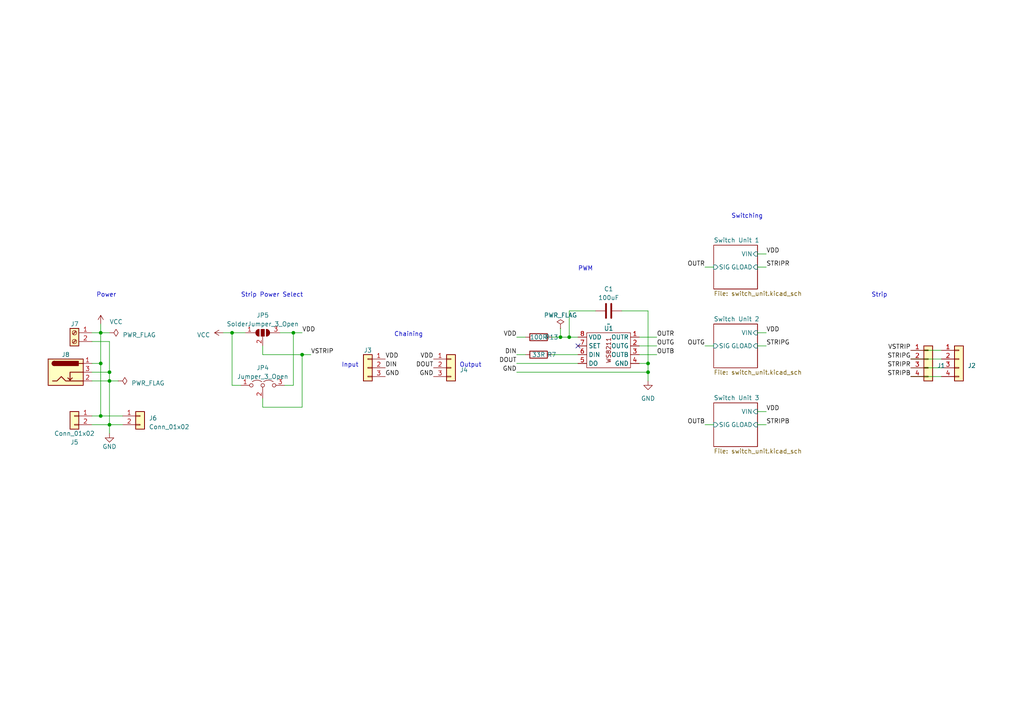
<source format=kicad_sch>
(kicad_sch (version 20230121) (generator eeschema)

  (uuid caeba6dc-40c7-4978-ae06-c328ef162ad3)

  (paper "A4")

  (lib_symbols
    (symbol "Connector:Barrel_Jack_Switch" (pin_names hide) (in_bom yes) (on_board yes)
      (property "Reference" "J" (at 0 5.334 0)
        (effects (font (size 1.27 1.27)))
      )
      (property "Value" "Barrel_Jack_Switch" (at 0 -5.08 0)
        (effects (font (size 1.27 1.27)))
      )
      (property "Footprint" "" (at 1.27 -1.016 0)
        (effects (font (size 1.27 1.27)) hide)
      )
      (property "Datasheet" "~" (at 1.27 -1.016 0)
        (effects (font (size 1.27 1.27)) hide)
      )
      (property "ki_keywords" "DC power barrel jack connector" (at 0 0 0)
        (effects (font (size 1.27 1.27)) hide)
      )
      (property "ki_description" "DC Barrel Jack with an internal switch" (at 0 0 0)
        (effects (font (size 1.27 1.27)) hide)
      )
      (property "ki_fp_filters" "BarrelJack*" (at 0 0 0)
        (effects (font (size 1.27 1.27)) hide)
      )
      (symbol "Barrel_Jack_Switch_0_1"
        (rectangle (start -5.08 3.81) (end 5.08 -3.81)
          (stroke (width 0.254) (type default))
          (fill (type background))
        )
        (arc (start -3.302 3.175) (mid -3.9343 2.54) (end -3.302 1.905)
          (stroke (width 0.254) (type default))
          (fill (type none))
        )
        (arc (start -3.302 3.175) (mid -3.9343 2.54) (end -3.302 1.905)
          (stroke (width 0.254) (type default))
          (fill (type outline))
        )
        (polyline
          (pts
            (xy 1.27 -2.286)
            (xy 1.905 -1.651)
          )
          (stroke (width 0.254) (type default))
          (fill (type none))
        )
        (polyline
          (pts
            (xy 5.08 2.54)
            (xy 3.81 2.54)
          )
          (stroke (width 0.254) (type default))
          (fill (type none))
        )
        (polyline
          (pts
            (xy 5.08 0)
            (xy 1.27 0)
            (xy 1.27 -2.286)
            (xy 0.635 -1.651)
          )
          (stroke (width 0.254) (type default))
          (fill (type none))
        )
        (polyline
          (pts
            (xy -3.81 -2.54)
            (xy -2.54 -2.54)
            (xy -1.27 -1.27)
            (xy 0 -2.54)
            (xy 2.54 -2.54)
            (xy 5.08 -2.54)
          )
          (stroke (width 0.254) (type default))
          (fill (type none))
        )
        (rectangle (start 3.683 3.175) (end -3.302 1.905)
          (stroke (width 0.254) (type default))
          (fill (type outline))
        )
      )
      (symbol "Barrel_Jack_Switch_1_1"
        (pin passive line (at 7.62 2.54 180) (length 2.54)
          (name "~" (effects (font (size 1.27 1.27))))
          (number "1" (effects (font (size 1.27 1.27))))
        )
        (pin passive line (at 7.62 -2.54 180) (length 2.54)
          (name "~" (effects (font (size 1.27 1.27))))
          (number "2" (effects (font (size 1.27 1.27))))
        )
        (pin passive line (at 7.62 0 180) (length 2.54)
          (name "~" (effects (font (size 1.27 1.27))))
          (number "3" (effects (font (size 1.27 1.27))))
        )
      )
    )
    (symbol "Connector:Screw_Terminal_01x02" (pin_names (offset 1.016) hide) (in_bom yes) (on_board yes)
      (property "Reference" "J" (at 0 2.54 0)
        (effects (font (size 1.27 1.27)))
      )
      (property "Value" "Screw_Terminal_01x02" (at 0 -5.08 0)
        (effects (font (size 1.27 1.27)))
      )
      (property "Footprint" "" (at 0 0 0)
        (effects (font (size 1.27 1.27)) hide)
      )
      (property "Datasheet" "~" (at 0 0 0)
        (effects (font (size 1.27 1.27)) hide)
      )
      (property "ki_keywords" "screw terminal" (at 0 0 0)
        (effects (font (size 1.27 1.27)) hide)
      )
      (property "ki_description" "Generic screw terminal, single row, 01x02, script generated (kicad-library-utils/schlib/autogen/connector/)" (at 0 0 0)
        (effects (font (size 1.27 1.27)) hide)
      )
      (property "ki_fp_filters" "TerminalBlock*:*" (at 0 0 0)
        (effects (font (size 1.27 1.27)) hide)
      )
      (symbol "Screw_Terminal_01x02_1_1"
        (rectangle (start -1.27 1.27) (end 1.27 -3.81)
          (stroke (width 0.254) (type default))
          (fill (type background))
        )
        (circle (center 0 -2.54) (radius 0.635)
          (stroke (width 0.1524) (type default))
          (fill (type none))
        )
        (polyline
          (pts
            (xy -0.5334 -2.2098)
            (xy 0.3302 -3.048)
          )
          (stroke (width 0.1524) (type default))
          (fill (type none))
        )
        (polyline
          (pts
            (xy -0.5334 0.3302)
            (xy 0.3302 -0.508)
          )
          (stroke (width 0.1524) (type default))
          (fill (type none))
        )
        (polyline
          (pts
            (xy -0.3556 -2.032)
            (xy 0.508 -2.8702)
          )
          (stroke (width 0.1524) (type default))
          (fill (type none))
        )
        (polyline
          (pts
            (xy -0.3556 0.508)
            (xy 0.508 -0.3302)
          )
          (stroke (width 0.1524) (type default))
          (fill (type none))
        )
        (circle (center 0 0) (radius 0.635)
          (stroke (width 0.1524) (type default))
          (fill (type none))
        )
        (pin passive line (at -5.08 0 0) (length 3.81)
          (name "Pin_1" (effects (font (size 1.27 1.27))))
          (number "1" (effects (font (size 1.27 1.27))))
        )
        (pin passive line (at -5.08 -2.54 0) (length 3.81)
          (name "Pin_2" (effects (font (size 1.27 1.27))))
          (number "2" (effects (font (size 1.27 1.27))))
        )
      )
    )
    (symbol "Connector_Generic:Conn_01x02" (pin_names (offset 1.016) hide) (in_bom yes) (on_board yes)
      (property "Reference" "J" (at 0 2.54 0)
        (effects (font (size 1.27 1.27)))
      )
      (property "Value" "Conn_01x02" (at 0 -5.08 0)
        (effects (font (size 1.27 1.27)))
      )
      (property "Footprint" "" (at 0 0 0)
        (effects (font (size 1.27 1.27)) hide)
      )
      (property "Datasheet" "~" (at 0 0 0)
        (effects (font (size 1.27 1.27)) hide)
      )
      (property "ki_keywords" "connector" (at 0 0 0)
        (effects (font (size 1.27 1.27)) hide)
      )
      (property "ki_description" "Generic connector, single row, 01x02, script generated (kicad-library-utils/schlib/autogen/connector/)" (at 0 0 0)
        (effects (font (size 1.27 1.27)) hide)
      )
      (property "ki_fp_filters" "Connector*:*_1x??_*" (at 0 0 0)
        (effects (font (size 1.27 1.27)) hide)
      )
      (symbol "Conn_01x02_1_1"
        (rectangle (start -1.27 -2.413) (end 0 -2.667)
          (stroke (width 0.1524) (type default))
          (fill (type none))
        )
        (rectangle (start -1.27 0.127) (end 0 -0.127)
          (stroke (width 0.1524) (type default))
          (fill (type none))
        )
        (rectangle (start -1.27 1.27) (end 1.27 -3.81)
          (stroke (width 0.254) (type default))
          (fill (type background))
        )
        (pin passive line (at -5.08 0 0) (length 3.81)
          (name "Pin_1" (effects (font (size 1.27 1.27))))
          (number "1" (effects (font (size 1.27 1.27))))
        )
        (pin passive line (at -5.08 -2.54 0) (length 3.81)
          (name "Pin_2" (effects (font (size 1.27 1.27))))
          (number "2" (effects (font (size 1.27 1.27))))
        )
      )
    )
    (symbol "Connector_Generic:Conn_01x03" (pin_names (offset 1.016) hide) (in_bom yes) (on_board yes)
      (property "Reference" "J" (at 0 5.08 0)
        (effects (font (size 1.27 1.27)))
      )
      (property "Value" "Conn_01x03" (at 0 -5.08 0)
        (effects (font (size 1.27 1.27)))
      )
      (property "Footprint" "" (at 0 0 0)
        (effects (font (size 1.27 1.27)) hide)
      )
      (property "Datasheet" "~" (at 0 0 0)
        (effects (font (size 1.27 1.27)) hide)
      )
      (property "ki_keywords" "connector" (at 0 0 0)
        (effects (font (size 1.27 1.27)) hide)
      )
      (property "ki_description" "Generic connector, single row, 01x03, script generated (kicad-library-utils/schlib/autogen/connector/)" (at 0 0 0)
        (effects (font (size 1.27 1.27)) hide)
      )
      (property "ki_fp_filters" "Connector*:*_1x??_*" (at 0 0 0)
        (effects (font (size 1.27 1.27)) hide)
      )
      (symbol "Conn_01x03_1_1"
        (rectangle (start -1.27 -2.413) (end 0 -2.667)
          (stroke (width 0.1524) (type default))
          (fill (type none))
        )
        (rectangle (start -1.27 0.127) (end 0 -0.127)
          (stroke (width 0.1524) (type default))
          (fill (type none))
        )
        (rectangle (start -1.27 2.667) (end 0 2.413)
          (stroke (width 0.1524) (type default))
          (fill (type none))
        )
        (rectangle (start -1.27 3.81) (end 1.27 -3.81)
          (stroke (width 0.254) (type default))
          (fill (type background))
        )
        (pin passive line (at -5.08 2.54 0) (length 3.81)
          (name "Pin_1" (effects (font (size 1.27 1.27))))
          (number "1" (effects (font (size 1.27 1.27))))
        )
        (pin passive line (at -5.08 0 0) (length 3.81)
          (name "Pin_2" (effects (font (size 1.27 1.27))))
          (number "2" (effects (font (size 1.27 1.27))))
        )
        (pin passive line (at -5.08 -2.54 0) (length 3.81)
          (name "Pin_3" (effects (font (size 1.27 1.27))))
          (number "3" (effects (font (size 1.27 1.27))))
        )
      )
    )
    (symbol "Connector_Generic:Conn_01x04" (pin_names (offset 1.016) hide) (in_bom yes) (on_board yes)
      (property "Reference" "J" (at 0 5.08 0)
        (effects (font (size 1.27 1.27)))
      )
      (property "Value" "Conn_01x04" (at 0 -7.62 0)
        (effects (font (size 1.27 1.27)))
      )
      (property "Footprint" "" (at 0 0 0)
        (effects (font (size 1.27 1.27)) hide)
      )
      (property "Datasheet" "~" (at 0 0 0)
        (effects (font (size 1.27 1.27)) hide)
      )
      (property "ki_keywords" "connector" (at 0 0 0)
        (effects (font (size 1.27 1.27)) hide)
      )
      (property "ki_description" "Generic connector, single row, 01x04, script generated (kicad-library-utils/schlib/autogen/connector/)" (at 0 0 0)
        (effects (font (size 1.27 1.27)) hide)
      )
      (property "ki_fp_filters" "Connector*:*_1x??_*" (at 0 0 0)
        (effects (font (size 1.27 1.27)) hide)
      )
      (symbol "Conn_01x04_1_1"
        (rectangle (start -1.27 -4.953) (end 0 -5.207)
          (stroke (width 0.1524) (type default))
          (fill (type none))
        )
        (rectangle (start -1.27 -2.413) (end 0 -2.667)
          (stroke (width 0.1524) (type default))
          (fill (type none))
        )
        (rectangle (start -1.27 0.127) (end 0 -0.127)
          (stroke (width 0.1524) (type default))
          (fill (type none))
        )
        (rectangle (start -1.27 2.667) (end 0 2.413)
          (stroke (width 0.1524) (type default))
          (fill (type none))
        )
        (rectangle (start -1.27 3.81) (end 1.27 -6.35)
          (stroke (width 0.254) (type default))
          (fill (type background))
        )
        (pin passive line (at -5.08 2.54 0) (length 3.81)
          (name "Pin_1" (effects (font (size 1.27 1.27))))
          (number "1" (effects (font (size 1.27 1.27))))
        )
        (pin passive line (at -5.08 0 0) (length 3.81)
          (name "Pin_2" (effects (font (size 1.27 1.27))))
          (number "2" (effects (font (size 1.27 1.27))))
        )
        (pin passive line (at -5.08 -2.54 0) (length 3.81)
          (name "Pin_3" (effects (font (size 1.27 1.27))))
          (number "3" (effects (font (size 1.27 1.27))))
        )
        (pin passive line (at -5.08 -5.08 0) (length 3.81)
          (name "Pin_4" (effects (font (size 1.27 1.27))))
          (number "4" (effects (font (size 1.27 1.27))))
        )
      )
    )
    (symbol "Custom:WS8211" (in_bom yes) (on_board yes)
      (property "Reference" "U" (at 0 0 0)
        (effects (font (size 1.27 1.27)))
      )
      (property "Value" "" (at 0 0 0)
        (effects (font (size 1.27 1.27)))
      )
      (property "Footprint" "" (at 0 0 0)
        (effects (font (size 1.27 1.27)) hide)
      )
      (property "Datasheet" "" (at 0 0 0)
        (effects (font (size 1.27 1.27)) hide)
      )
      (symbol "WS8211_0_1"
        (rectangle (start -6.35 -2.54) (end 6.35 -12.7)
          (stroke (width 0) (type default))
          (fill (type none))
        )
        (text "WS8211" (at 0 -7.62 900)
          (effects (font (size 1.27 1.27)))
        )
      )
      (symbol "WS8211_1_1"
        (pin output line (at -8.89 -3.81 0) (length 2.54)
          (name "OUTR" (effects (font (size 1.27 1.27))))
          (number "1" (effects (font (size 1.27 1.27))))
        )
        (pin output line (at -8.89 -6.35 0) (length 2.54)
          (name "OUTG" (effects (font (size 1.27 1.27))))
          (number "2" (effects (font (size 1.27 1.27))))
        )
        (pin output line (at -8.89 -8.89 0) (length 2.54)
          (name "OUTB" (effects (font (size 1.27 1.27))))
          (number "3" (effects (font (size 1.27 1.27))))
        )
        (pin power_in line (at -8.89 -11.43 0) (length 2.54)
          (name "GND" (effects (font (size 1.27 1.27))))
          (number "4" (effects (font (size 1.27 1.27))))
        )
        (pin output line (at 8.89 -11.43 180) (length 2.54)
          (name "DO" (effects (font (size 1.27 1.27))))
          (number "5" (effects (font (size 1.27 1.27))))
        )
        (pin input line (at 8.89 -8.89 180) (length 2.54)
          (name "DIN" (effects (font (size 1.27 1.27))))
          (number "6" (effects (font (size 1.27 1.27))))
        )
        (pin input line (at 8.89 -6.35 180) (length 2.54)
          (name "SET" (effects (font (size 1.27 1.27))))
          (number "7" (effects (font (size 1.27 1.27))))
        )
        (pin power_in line (at 8.89 -3.81 180) (length 2.54)
          (name "VDD" (effects (font (size 1.27 1.27))))
          (number "8" (effects (font (size 1.27 1.27))))
        )
      )
    )
    (symbol "Device:C" (pin_numbers hide) (pin_names (offset 0.254)) (in_bom yes) (on_board yes)
      (property "Reference" "C" (at 0.635 2.54 0)
        (effects (font (size 1.27 1.27)) (justify left))
      )
      (property "Value" "C" (at 0.635 -2.54 0)
        (effects (font (size 1.27 1.27)) (justify left))
      )
      (property "Footprint" "" (at 0.9652 -3.81 0)
        (effects (font (size 1.27 1.27)) hide)
      )
      (property "Datasheet" "~" (at 0 0 0)
        (effects (font (size 1.27 1.27)) hide)
      )
      (property "ki_keywords" "cap capacitor" (at 0 0 0)
        (effects (font (size 1.27 1.27)) hide)
      )
      (property "ki_description" "Unpolarized capacitor" (at 0 0 0)
        (effects (font (size 1.27 1.27)) hide)
      )
      (property "ki_fp_filters" "C_*" (at 0 0 0)
        (effects (font (size 1.27 1.27)) hide)
      )
      (symbol "C_0_1"
        (polyline
          (pts
            (xy -2.032 -0.762)
            (xy 2.032 -0.762)
          )
          (stroke (width 0.508) (type default))
          (fill (type none))
        )
        (polyline
          (pts
            (xy -2.032 0.762)
            (xy 2.032 0.762)
          )
          (stroke (width 0.508) (type default))
          (fill (type none))
        )
      )
      (symbol "C_1_1"
        (pin passive line (at 0 3.81 270) (length 2.794)
          (name "~" (effects (font (size 1.27 1.27))))
          (number "1" (effects (font (size 1.27 1.27))))
        )
        (pin passive line (at 0 -3.81 90) (length 2.794)
          (name "~" (effects (font (size 1.27 1.27))))
          (number "2" (effects (font (size 1.27 1.27))))
        )
      )
    )
    (symbol "Device:R" (pin_numbers hide) (pin_names (offset 0)) (in_bom yes) (on_board yes)
      (property "Reference" "R" (at 2.032 0 90)
        (effects (font (size 1.27 1.27)))
      )
      (property "Value" "R" (at 0 0 90)
        (effects (font (size 1.27 1.27)))
      )
      (property "Footprint" "" (at -1.778 0 90)
        (effects (font (size 1.27 1.27)) hide)
      )
      (property "Datasheet" "~" (at 0 0 0)
        (effects (font (size 1.27 1.27)) hide)
      )
      (property "ki_keywords" "R res resistor" (at 0 0 0)
        (effects (font (size 1.27 1.27)) hide)
      )
      (property "ki_description" "Resistor" (at 0 0 0)
        (effects (font (size 1.27 1.27)) hide)
      )
      (property "ki_fp_filters" "R_*" (at 0 0 0)
        (effects (font (size 1.27 1.27)) hide)
      )
      (symbol "R_0_1"
        (rectangle (start -1.016 -2.54) (end 1.016 2.54)
          (stroke (width 0.254) (type default))
          (fill (type none))
        )
      )
      (symbol "R_1_1"
        (pin passive line (at 0 3.81 270) (length 1.27)
          (name "~" (effects (font (size 1.27 1.27))))
          (number "1" (effects (font (size 1.27 1.27))))
        )
        (pin passive line (at 0 -3.81 90) (length 1.27)
          (name "~" (effects (font (size 1.27 1.27))))
          (number "2" (effects (font (size 1.27 1.27))))
        )
      )
    )
    (symbol "Jumper:Jumper_3_Open" (pin_names (offset 0) hide) (in_bom yes) (on_board yes)
      (property "Reference" "JP" (at -2.54 -2.54 0)
        (effects (font (size 1.27 1.27)))
      )
      (property "Value" "Jumper_3_Open" (at 0 2.794 0)
        (effects (font (size 1.27 1.27)))
      )
      (property "Footprint" "" (at 0 0 0)
        (effects (font (size 1.27 1.27)) hide)
      )
      (property "Datasheet" "~" (at 0 0 0)
        (effects (font (size 1.27 1.27)) hide)
      )
      (property "ki_keywords" "Jumper SPDT" (at 0 0 0)
        (effects (font (size 1.27 1.27)) hide)
      )
      (property "ki_description" "Jumper, 3-pole, both open" (at 0 0 0)
        (effects (font (size 1.27 1.27)) hide)
      )
      (property "ki_fp_filters" "Jumper* TestPoint*3Pads* TestPoint*Bridge*" (at 0 0 0)
        (effects (font (size 1.27 1.27)) hide)
      )
      (symbol "Jumper_3_Open_0_0"
        (circle (center -3.302 0) (radius 0.508)
          (stroke (width 0) (type default))
          (fill (type none))
        )
        (circle (center 0 0) (radius 0.508)
          (stroke (width 0) (type default))
          (fill (type none))
        )
        (circle (center 3.302 0) (radius 0.508)
          (stroke (width 0) (type default))
          (fill (type none))
        )
      )
      (symbol "Jumper_3_Open_0_1"
        (arc (start -0.254 1.016) (mid -1.651 1.4992) (end -3.048 1.016)
          (stroke (width 0) (type default))
          (fill (type none))
        )
        (polyline
          (pts
            (xy 0 -0.508)
            (xy 0 -1.27)
          )
          (stroke (width 0) (type default))
          (fill (type none))
        )
        (arc (start 3.048 1.016) (mid 1.651 1.4992) (end 0.254 1.016)
          (stroke (width 0) (type default))
          (fill (type none))
        )
      )
      (symbol "Jumper_3_Open_1_1"
        (pin passive line (at -6.35 0 0) (length 2.54)
          (name "A" (effects (font (size 1.27 1.27))))
          (number "1" (effects (font (size 1.27 1.27))))
        )
        (pin passive line (at 0 -3.81 90) (length 2.54)
          (name "C" (effects (font (size 1.27 1.27))))
          (number "2" (effects (font (size 1.27 1.27))))
        )
        (pin passive line (at 6.35 0 180) (length 2.54)
          (name "B" (effects (font (size 1.27 1.27))))
          (number "3" (effects (font (size 1.27 1.27))))
        )
      )
    )
    (symbol "Jumper:SolderJumper_3_Open" (pin_names (offset 0) hide) (in_bom yes) (on_board yes)
      (property "Reference" "JP" (at -2.54 -2.54 0)
        (effects (font (size 1.27 1.27)))
      )
      (property "Value" "SolderJumper_3_Open" (at 0 2.794 0)
        (effects (font (size 1.27 1.27)))
      )
      (property "Footprint" "" (at 0 0 0)
        (effects (font (size 1.27 1.27)) hide)
      )
      (property "Datasheet" "~" (at 0 0 0)
        (effects (font (size 1.27 1.27)) hide)
      )
      (property "ki_keywords" "Solder Jumper SPDT" (at 0 0 0)
        (effects (font (size 1.27 1.27)) hide)
      )
      (property "ki_description" "Solder Jumper, 3-pole, open" (at 0 0 0)
        (effects (font (size 1.27 1.27)) hide)
      )
      (property "ki_fp_filters" "SolderJumper*Open*" (at 0 0 0)
        (effects (font (size 1.27 1.27)) hide)
      )
      (symbol "SolderJumper_3_Open_0_1"
        (arc (start -1.016 1.016) (mid -2.0276 0) (end -1.016 -1.016)
          (stroke (width 0) (type default))
          (fill (type none))
        )
        (arc (start -1.016 1.016) (mid -2.0276 0) (end -1.016 -1.016)
          (stroke (width 0) (type default))
          (fill (type outline))
        )
        (rectangle (start -0.508 1.016) (end 0.508 -1.016)
          (stroke (width 0) (type default))
          (fill (type outline))
        )
        (polyline
          (pts
            (xy -2.54 0)
            (xy -2.032 0)
          )
          (stroke (width 0) (type default))
          (fill (type none))
        )
        (polyline
          (pts
            (xy -1.016 1.016)
            (xy -1.016 -1.016)
          )
          (stroke (width 0) (type default))
          (fill (type none))
        )
        (polyline
          (pts
            (xy 0 -1.27)
            (xy 0 -1.016)
          )
          (stroke (width 0) (type default))
          (fill (type none))
        )
        (polyline
          (pts
            (xy 1.016 1.016)
            (xy 1.016 -1.016)
          )
          (stroke (width 0) (type default))
          (fill (type none))
        )
        (polyline
          (pts
            (xy 2.54 0)
            (xy 2.032 0)
          )
          (stroke (width 0) (type default))
          (fill (type none))
        )
        (arc (start 1.016 -1.016) (mid 2.0276 0) (end 1.016 1.016)
          (stroke (width 0) (type default))
          (fill (type none))
        )
        (arc (start 1.016 -1.016) (mid 2.0276 0) (end 1.016 1.016)
          (stroke (width 0) (type default))
          (fill (type outline))
        )
      )
      (symbol "SolderJumper_3_Open_1_1"
        (pin passive line (at -5.08 0 0) (length 2.54)
          (name "A" (effects (font (size 1.27 1.27))))
          (number "1" (effects (font (size 1.27 1.27))))
        )
        (pin passive line (at 0 -3.81 90) (length 2.54)
          (name "C" (effects (font (size 1.27 1.27))))
          (number "2" (effects (font (size 1.27 1.27))))
        )
        (pin passive line (at 5.08 0 180) (length 2.54)
          (name "B" (effects (font (size 1.27 1.27))))
          (number "3" (effects (font (size 1.27 1.27))))
        )
      )
    )
    (symbol "power:GND" (power) (pin_names (offset 0)) (in_bom yes) (on_board yes)
      (property "Reference" "#PWR" (at 0 -6.35 0)
        (effects (font (size 1.27 1.27)) hide)
      )
      (property "Value" "GND" (at 0 -3.81 0)
        (effects (font (size 1.27 1.27)))
      )
      (property "Footprint" "" (at 0 0 0)
        (effects (font (size 1.27 1.27)) hide)
      )
      (property "Datasheet" "" (at 0 0 0)
        (effects (font (size 1.27 1.27)) hide)
      )
      (property "ki_keywords" "global power" (at 0 0 0)
        (effects (font (size 1.27 1.27)) hide)
      )
      (property "ki_description" "Power symbol creates a global label with name \"GND\" , ground" (at 0 0 0)
        (effects (font (size 1.27 1.27)) hide)
      )
      (symbol "GND_0_1"
        (polyline
          (pts
            (xy 0 0)
            (xy 0 -1.27)
            (xy 1.27 -1.27)
            (xy 0 -2.54)
            (xy -1.27 -1.27)
            (xy 0 -1.27)
          )
          (stroke (width 0) (type default))
          (fill (type none))
        )
      )
      (symbol "GND_1_1"
        (pin power_in line (at 0 0 270) (length 0) hide
          (name "GND" (effects (font (size 1.27 1.27))))
          (number "1" (effects (font (size 1.27 1.27))))
        )
      )
    )
    (symbol "power:PWR_FLAG" (power) (pin_numbers hide) (pin_names (offset 0) hide) (in_bom yes) (on_board yes)
      (property "Reference" "#FLG" (at 0 1.905 0)
        (effects (font (size 1.27 1.27)) hide)
      )
      (property "Value" "PWR_FLAG" (at 0 3.81 0)
        (effects (font (size 1.27 1.27)))
      )
      (property "Footprint" "" (at 0 0 0)
        (effects (font (size 1.27 1.27)) hide)
      )
      (property "Datasheet" "~" (at 0 0 0)
        (effects (font (size 1.27 1.27)) hide)
      )
      (property "ki_keywords" "flag power" (at 0 0 0)
        (effects (font (size 1.27 1.27)) hide)
      )
      (property "ki_description" "Special symbol for telling ERC where power comes from" (at 0 0 0)
        (effects (font (size 1.27 1.27)) hide)
      )
      (symbol "PWR_FLAG_0_0"
        (pin power_out line (at 0 0 90) (length 0)
          (name "pwr" (effects (font (size 1.27 1.27))))
          (number "1" (effects (font (size 1.27 1.27))))
        )
      )
      (symbol "PWR_FLAG_0_1"
        (polyline
          (pts
            (xy 0 0)
            (xy 0 1.27)
            (xy -1.016 1.905)
            (xy 0 2.54)
            (xy 1.016 1.905)
            (xy 0 1.27)
          )
          (stroke (width 0) (type default))
          (fill (type none))
        )
      )
    )
    (symbol "power:VCC" (power) (pin_names (offset 0)) (in_bom yes) (on_board yes)
      (property "Reference" "#PWR" (at 0 -3.81 0)
        (effects (font (size 1.27 1.27)) hide)
      )
      (property "Value" "VCC" (at 0 3.81 0)
        (effects (font (size 1.27 1.27)))
      )
      (property "Footprint" "" (at 0 0 0)
        (effects (font (size 1.27 1.27)) hide)
      )
      (property "Datasheet" "" (at 0 0 0)
        (effects (font (size 1.27 1.27)) hide)
      )
      (property "ki_keywords" "global power" (at 0 0 0)
        (effects (font (size 1.27 1.27)) hide)
      )
      (property "ki_description" "Power symbol creates a global label with name \"VCC\"" (at 0 0 0)
        (effects (font (size 1.27 1.27)) hide)
      )
      (symbol "VCC_0_1"
        (polyline
          (pts
            (xy -0.762 1.27)
            (xy 0 2.54)
          )
          (stroke (width 0) (type default))
          (fill (type none))
        )
        (polyline
          (pts
            (xy 0 0)
            (xy 0 2.54)
          )
          (stroke (width 0) (type default))
          (fill (type none))
        )
        (polyline
          (pts
            (xy 0 2.54)
            (xy 0.762 1.27)
          )
          (stroke (width 0) (type default))
          (fill (type none))
        )
      )
      (symbol "VCC_1_1"
        (pin power_in line (at 0 0 90) (length 0) hide
          (name "VCC" (effects (font (size 1.27 1.27))))
          (number "1" (effects (font (size 1.27 1.27))))
        )
      )
    )
  )

  (junction (at 67.31 96.52) (diameter 0) (color 0 0 0 0)
    (uuid 2207cf93-37fd-4eda-bbff-4738fee1ef48)
  )
  (junction (at 162.56 97.79) (diameter 0) (color 0 0 0 0)
    (uuid 314c0f0b-42fe-41eb-998e-39fe38530437)
  )
  (junction (at 165.1 97.79) (diameter 0) (color 0 0 0 0)
    (uuid 76ead242-bb12-4ab7-b625-cef761d2935f)
  )
  (junction (at 187.96 105.41) (diameter 0) (color 0 0 0 0)
    (uuid 9581eeb7-deac-4302-bb0c-daade68bd2dc)
  )
  (junction (at 29.21 120.65) (diameter 0) (color 0 0 0 0)
    (uuid 97a3b422-51b6-465d-9501-08cf75f5c932)
  )
  (junction (at 187.96 107.95) (diameter 0) (color 0 0 0 0)
    (uuid 9e28e8bc-9903-4a16-b92b-5161f66ae3ae)
  )
  (junction (at 31.75 107.95) (diameter 0) (color 0 0 0 0)
    (uuid b956f0aa-54de-4e88-8fbd-38de652a2133)
  )
  (junction (at 85.09 96.52) (diameter 0) (color 0 0 0 0)
    (uuid c4744b20-2aea-4427-8116-4ebd921b72c6)
  )
  (junction (at 29.21 96.52) (diameter 0) (color 0 0 0 0)
    (uuid c4c32f6f-36c5-43e5-a424-70ffe0f86ab7)
  )
  (junction (at 31.75 123.19) (diameter 0) (color 0 0 0 0)
    (uuid d0913733-1102-4714-a80b-6dba3080fbc2)
  )
  (junction (at 29.21 105.41) (diameter 0) (color 0 0 0 0)
    (uuid ed53c3b8-3d3a-4f54-be2f-8fd96e2a2285)
  )
  (junction (at 87.63 102.87) (diameter 0) (color 0 0 0 0)
    (uuid ee2b079a-3079-43bd-8c1a-264464b86331)
  )
  (junction (at 31.75 110.49) (diameter 0) (color 0 0 0 0)
    (uuid f55bb3c2-ca5b-4c77-8d4d-469c64c5dc0c)
  )

  (no_connect (at 167.64 100.33) (uuid 836d11a4-97fb-4b1b-97e9-e4b2df895272))

  (wire (pts (xy 82.55 111.76) (xy 85.09 111.76))
    (stroke (width 0) (type default))
    (uuid 0177ccf9-a1c5-4a3d-8b88-1e4251aaa0c7)
  )
  (wire (pts (xy 190.5 102.87) (xy 185.42 102.87))
    (stroke (width 0) (type default))
    (uuid 03e1285c-c018-497b-ab12-029ec9c72dd4)
  )
  (wire (pts (xy 273.05 109.22) (xy 264.16 109.22))
    (stroke (width 0) (type default))
    (uuid 049f776f-278b-4576-9e31-ee1d32187dc8)
  )
  (wire (pts (xy 76.2 118.11) (xy 76.2 115.57))
    (stroke (width 0) (type default))
    (uuid 0656b685-f3b0-440e-a6d8-a96be7eb37a0)
  )
  (wire (pts (xy 187.96 105.41) (xy 185.42 105.41))
    (stroke (width 0) (type default))
    (uuid 08689420-be7e-413c-bdc5-1c1865d30c62)
  )
  (wire (pts (xy 187.96 107.95) (xy 187.96 110.49))
    (stroke (width 0) (type default))
    (uuid 0ffd4a85-c8e5-47ed-8c75-c9af4f8a06f9)
  )
  (wire (pts (xy 29.21 120.65) (xy 35.56 120.65))
    (stroke (width 0) (type default))
    (uuid 119ec1e5-3bf4-42c5-b3e8-ed86f48bb91a)
  )
  (wire (pts (xy 152.4 102.87) (xy 149.86 102.87))
    (stroke (width 0) (type default))
    (uuid 1215ee31-6c8c-4146-90d7-67af9c6c1028)
  )
  (wire (pts (xy 87.63 118.11) (xy 76.2 118.11))
    (stroke (width 0) (type default))
    (uuid 1299a801-5e4e-4a4e-bed8-f45a5fbd8cb2)
  )
  (wire (pts (xy 273.05 106.68) (xy 264.16 106.68))
    (stroke (width 0) (type default))
    (uuid 163c88a7-3497-4a54-82f2-8a1cc50b7bfe)
  )
  (wire (pts (xy 31.75 96.52) (xy 29.21 96.52))
    (stroke (width 0) (type default))
    (uuid 16a81241-179c-48de-9755-8becfcf6cf73)
  )
  (wire (pts (xy 149.86 97.79) (xy 152.4 97.79))
    (stroke (width 0) (type default))
    (uuid 16d1c164-dcf5-4835-84c8-b68376c4117d)
  )
  (wire (pts (xy 29.21 105.41) (xy 29.21 96.52))
    (stroke (width 0) (type default))
    (uuid 204f6f0d-5031-479b-93e6-94f899e3d50e)
  )
  (wire (pts (xy 26.67 105.41) (xy 29.21 105.41))
    (stroke (width 0) (type default))
    (uuid 2bc751b8-2f94-4d4d-a1cc-c816a0fc9ee1)
  )
  (wire (pts (xy 64.77 96.52) (xy 67.31 96.52))
    (stroke (width 0) (type default))
    (uuid 2bde9574-2768-4b63-9507-d1b6993b2bdb)
  )
  (wire (pts (xy 31.75 123.19) (xy 31.75 110.49))
    (stroke (width 0) (type default))
    (uuid 2c525fd6-f26b-4ce5-b763-8173713f0e0d)
  )
  (wire (pts (xy 34.29 110.49) (xy 31.75 110.49))
    (stroke (width 0) (type default))
    (uuid 307f8e2a-d756-4ce7-866a-687d4f244a76)
  )
  (wire (pts (xy 149.86 107.95) (xy 187.96 107.95))
    (stroke (width 0) (type default))
    (uuid 413e78bf-e5fa-431f-ac6c-e00efa2bba04)
  )
  (wire (pts (xy 29.21 120.65) (xy 29.21 105.41))
    (stroke (width 0) (type default))
    (uuid 42833834-cd1a-41be-906d-20fcb50fade8)
  )
  (wire (pts (xy 149.86 105.41) (xy 167.64 105.41))
    (stroke (width 0) (type default))
    (uuid 4665d8b9-db0f-47fb-99ac-6323d5d3e792)
  )
  (wire (pts (xy 29.21 93.98) (xy 29.21 96.52))
    (stroke (width 0) (type default))
    (uuid 47c36dd9-d82b-4f38-beca-eac7ca774515)
  )
  (wire (pts (xy 187.96 90.17) (xy 187.96 105.41))
    (stroke (width 0) (type default))
    (uuid 496e9826-2c9c-4104-b681-62b249a4c981)
  )
  (wire (pts (xy 190.5 100.33) (xy 185.42 100.33))
    (stroke (width 0) (type default))
    (uuid 4c99d79e-ca62-4231-8a00-c8e44f5bd679)
  )
  (wire (pts (xy 29.21 96.52) (xy 26.67 96.52))
    (stroke (width 0) (type default))
    (uuid 4dd0f1a2-d5bf-4b3a-844c-ef9920a3a7e5)
  )
  (wire (pts (xy 204.47 77.47) (xy 207.01 77.47))
    (stroke (width 0) (type default))
    (uuid 524c452a-a11b-4390-bde2-c7f196674b60)
  )
  (wire (pts (xy 273.05 104.14) (xy 264.16 104.14))
    (stroke (width 0) (type default))
    (uuid 531b39a9-2de7-4aaf-add4-4d26e1a84ce8)
  )
  (wire (pts (xy 31.75 123.19) (xy 35.56 123.19))
    (stroke (width 0) (type default))
    (uuid 54932fea-26c5-4e18-96eb-a29d7c8f5486)
  )
  (wire (pts (xy 87.63 102.87) (xy 87.63 118.11))
    (stroke (width 0) (type default))
    (uuid 572e5b9a-fb95-4f21-a029-70b6c0bb4594)
  )
  (wire (pts (xy 172.72 90.17) (xy 165.1 90.17))
    (stroke (width 0) (type default))
    (uuid 5734edaf-e4cb-4f27-a4df-914f9fe66344)
  )
  (wire (pts (xy 187.96 107.95) (xy 187.96 105.41))
    (stroke (width 0) (type default))
    (uuid 60b41bdd-ab3e-40fb-aaea-74a3c8ee00cf)
  )
  (wire (pts (xy 31.75 110.49) (xy 31.75 107.95))
    (stroke (width 0) (type default))
    (uuid 6690bd19-7d1c-496f-97f2-3b6d78f59dc3)
  )
  (wire (pts (xy 204.47 100.33) (xy 207.01 100.33))
    (stroke (width 0) (type default))
    (uuid 71d60704-eadb-4a88-b45d-d160095560fe)
  )
  (wire (pts (xy 85.09 111.76) (xy 85.09 96.52))
    (stroke (width 0) (type default))
    (uuid 736202ed-266f-40a5-a55b-57a2a0460330)
  )
  (wire (pts (xy 67.31 111.76) (xy 67.31 96.52))
    (stroke (width 0) (type default))
    (uuid 789acc47-e682-4ea3-bee2-e87bb2809387)
  )
  (wire (pts (xy 69.85 111.76) (xy 67.31 111.76))
    (stroke (width 0) (type default))
    (uuid 7a514469-0118-45c2-8edd-6b7168fd28cb)
  )
  (wire (pts (xy 26.67 107.95) (xy 31.75 107.95))
    (stroke (width 0) (type default))
    (uuid 7f6cb3bb-c005-48b1-b783-a1c757a3bbc6)
  )
  (wire (pts (xy 219.71 73.66) (xy 222.25 73.66))
    (stroke (width 0) (type default))
    (uuid 8e4d8c26-8ffc-482a-9f1a-fe7ddf8e75b9)
  )
  (wire (pts (xy 85.09 96.52) (xy 87.63 96.52))
    (stroke (width 0) (type default))
    (uuid 8fdeb5eb-f018-4b86-ae1d-28800de16a5d)
  )
  (wire (pts (xy 273.05 101.6) (xy 264.16 101.6))
    (stroke (width 0) (type default))
    (uuid 9110c84b-46e7-4325-8f30-8a8dbb40fae1)
  )
  (wire (pts (xy 31.75 99.06) (xy 31.75 107.95))
    (stroke (width 0) (type default))
    (uuid 97affcb5-6730-4764-b898-489278f76847)
  )
  (wire (pts (xy 165.1 90.17) (xy 165.1 97.79))
    (stroke (width 0) (type default))
    (uuid 982b8c54-1863-41a0-961b-ebca2fa501f2)
  )
  (wire (pts (xy 26.67 120.65) (xy 29.21 120.65))
    (stroke (width 0) (type default))
    (uuid 9a0029c6-1f04-4da8-95e0-13f2930b678e)
  )
  (wire (pts (xy 76.2 102.87) (xy 87.63 102.87))
    (stroke (width 0) (type default))
    (uuid a0b4eabc-1e4d-4fa2-ad04-3146c0bb017b)
  )
  (wire (pts (xy 162.56 95.25) (xy 162.56 97.79))
    (stroke (width 0) (type default))
    (uuid a2a65a8e-9446-43a6-acbe-17d4c3141697)
  )
  (wire (pts (xy 67.31 96.52) (xy 71.12 96.52))
    (stroke (width 0) (type default))
    (uuid a7d0e090-e74b-40ad-8795-90d3603a1f39)
  )
  (wire (pts (xy 26.67 110.49) (xy 31.75 110.49))
    (stroke (width 0) (type default))
    (uuid b99cd5b0-fe23-46fa-a882-0a3e7d36684f)
  )
  (wire (pts (xy 219.71 77.47) (xy 222.25 77.47))
    (stroke (width 0) (type default))
    (uuid be37522c-d377-490d-a0da-5e577a5cfa5e)
  )
  (wire (pts (xy 26.67 99.06) (xy 31.75 99.06))
    (stroke (width 0) (type default))
    (uuid be6a506f-693c-45d2-9452-0dbff68f1332)
  )
  (wire (pts (xy 76.2 102.87) (xy 76.2 100.33))
    (stroke (width 0) (type default))
    (uuid c985d660-4fda-4f7f-94bc-2ee01b9681be)
  )
  (wire (pts (xy 26.67 123.19) (xy 31.75 123.19))
    (stroke (width 0) (type default))
    (uuid cd995563-3e68-4114-9126-e30256c16e99)
  )
  (wire (pts (xy 180.34 90.17) (xy 187.96 90.17))
    (stroke (width 0) (type default))
    (uuid cdd3fce3-630a-44e1-889b-27ba0326feb7)
  )
  (wire (pts (xy 162.56 97.79) (xy 165.1 97.79))
    (stroke (width 0) (type default))
    (uuid d34d915e-5411-4c24-8721-a38b3cea4d84)
  )
  (wire (pts (xy 190.5 97.79) (xy 185.42 97.79))
    (stroke (width 0) (type default))
    (uuid d5193700-3ed2-489c-bcbd-59fb408377b1)
  )
  (wire (pts (xy 219.71 123.19) (xy 222.25 123.19))
    (stroke (width 0) (type default))
    (uuid e27fdfcb-398f-4e12-8d94-a7a233a69659)
  )
  (wire (pts (xy 162.56 97.79) (xy 160.02 97.79))
    (stroke (width 0) (type default))
    (uuid e328c8b8-6130-4f7b-a4a2-9976723634c6)
  )
  (wire (pts (xy 219.71 119.38) (xy 222.25 119.38))
    (stroke (width 0) (type default))
    (uuid e5413a9a-f67d-4388-91d8-8204474947fc)
  )
  (wire (pts (xy 204.47 123.19) (xy 207.01 123.19))
    (stroke (width 0) (type default))
    (uuid e880a451-61f0-401d-b527-35d9ab6bf98c)
  )
  (wire (pts (xy 87.63 102.87) (xy 90.17 102.87))
    (stroke (width 0) (type default))
    (uuid e890a5a8-b64a-4ac3-9b1d-bf471859f14e)
  )
  (wire (pts (xy 165.1 97.79) (xy 167.64 97.79))
    (stroke (width 0) (type default))
    (uuid f27c7671-ca3b-4a3d-b20a-8856f1799f28)
  )
  (wire (pts (xy 81.28 96.52) (xy 85.09 96.52))
    (stroke (width 0) (type default))
    (uuid f68639af-72f2-446e-8569-bbac7fbcc4c7)
  )
  (wire (pts (xy 219.71 96.52) (xy 222.25 96.52))
    (stroke (width 0) (type default))
    (uuid f7524b8f-fa3b-4635-97d2-f302238a877a)
  )
  (wire (pts (xy 160.02 102.87) (xy 167.64 102.87))
    (stroke (width 0) (type default))
    (uuid f8c81db3-5ef2-404d-90fd-b34a4477f14e)
  )
  (wire (pts (xy 31.75 125.73) (xy 31.75 123.19))
    (stroke (width 0) (type default))
    (uuid f97513b0-e731-41e9-9ae3-b86dfe174b3f)
  )
  (wire (pts (xy 219.71 100.33) (xy 222.25 100.33))
    (stroke (width 0) (type default))
    (uuid fc2df382-839e-43a0-bbb0-a1e92400d20e)
  )

  (text "Output" (at 139.7 106.68 0)
    (effects (font (size 1.27 1.27)) (justify right bottom))
    (uuid 1da595d6-606a-446f-b5c9-bd495e9df8e9)
  )
  (text "Input" (at 99.06 106.68 0)
    (effects (font (size 1.27 1.27)) (justify left bottom))
    (uuid 2f52cadd-d83d-402c-a573-bc9c0bc6b19e)
  )
  (text "Power" (at 27.94 86.36 0)
    (effects (font (size 1.27 1.27)) (justify left bottom))
    (uuid 47a51643-9fb3-4de2-aea7-fb91e44fdd81)
  )
  (text "Strip" (at 252.73 86.36 0)
    (effects (font (size 1.27 1.27)) (justify left bottom))
    (uuid 6a856bff-7874-40a0-80be-cfb5715f257e)
  )
  (text "PWM" (at 167.64 78.74 0)
    (effects (font (size 1.27 1.27)) (justify left bottom))
    (uuid 85b578bf-0d89-4461-ba1d-ca160af3beab)
  )
  (text "Chaining" (at 114.3 97.79 0)
    (effects (font (size 1.27 1.27)) (justify left bottom))
    (uuid b1f51368-cdde-46e9-ad89-7866d878e371)
  )
  (text "Switching" (at 212.09 63.5 0)
    (effects (font (size 1.27 1.27)) (justify left bottom))
    (uuid bf50e117-f9be-441b-bde3-f92b7169890e)
  )
  (text "Strip Power Select" (at 69.85 86.36 0)
    (effects (font (size 1.27 1.27)) (justify left bottom))
    (uuid dbac1be9-da1b-4523-b5e5-797eac58ecd3)
  )

  (label "STRIPG" (at 222.25 100.33 0) (fields_autoplaced)
    (effects (font (size 1.27 1.27)) (justify left bottom))
    (uuid 017d3093-7b78-4385-9175-7475d422e256)
  )
  (label "STRIPB" (at 264.16 109.22 180) (fields_autoplaced)
    (effects (font (size 1.27 1.27)) (justify right bottom))
    (uuid 05cb5c36-b269-4dc2-9237-a205d5e77b15)
  )
  (label "GND" (at 149.86 107.95 180) (fields_autoplaced)
    (effects (font (size 1.27 1.27)) (justify right bottom))
    (uuid 0bd47032-c3da-4546-90d0-1bfad7363a14)
  )
  (label "VSTRIP" (at 90.17 102.87 0) (fields_autoplaced)
    (effects (font (size 1.27 1.27)) (justify left bottom))
    (uuid 0ce87353-ad4c-470f-8285-fda470f20355)
  )
  (label "GND" (at 111.76 109.22 0) (fields_autoplaced)
    (effects (font (size 1.27 1.27)) (justify left bottom))
    (uuid 12970ad8-38f5-46a2-a098-25bbb44d1175)
  )
  (label "OUTB" (at 190.5 102.87 0) (fields_autoplaced)
    (effects (font (size 1.27 1.27)) (justify left bottom))
    (uuid 2477fac7-6bad-4410-b3fc-4fd68249a9bc)
  )
  (label "VDD" (at 111.76 104.14 0) (fields_autoplaced)
    (effects (font (size 1.27 1.27)) (justify left bottom))
    (uuid 2eb74099-662f-4206-9691-c9fe28870754)
  )
  (label "OUTR" (at 204.47 77.47 180) (fields_autoplaced)
    (effects (font (size 1.27 1.27)) (justify right bottom))
    (uuid 3cf1490f-db23-41ca-89f3-3b084d777b66)
  )
  (label "DIN" (at 111.76 106.68 0) (fields_autoplaced)
    (effects (font (size 1.27 1.27)) (justify left bottom))
    (uuid 5abd20ba-0de3-4d0d-9b9f-99a7aa2f9f21)
  )
  (label "STRIPR" (at 264.16 106.68 180) (fields_autoplaced)
    (effects (font (size 1.27 1.27)) (justify right bottom))
    (uuid 5dfdad8c-9d0a-4ad3-a586-4924b6aa9d97)
  )
  (label "GND" (at 125.73 109.22 180) (fields_autoplaced)
    (effects (font (size 1.27 1.27)) (justify right bottom))
    (uuid 6739d120-b3b8-4f2a-b0c0-f1b308632475)
  )
  (label "OUTG" (at 204.47 100.33 180) (fields_autoplaced)
    (effects (font (size 1.27 1.27)) (justify right bottom))
    (uuid 6bfcb5ce-0385-4d89-9638-dba16e486faf)
  )
  (label "OUTR" (at 190.5 97.79 0) (fields_autoplaced)
    (effects (font (size 1.27 1.27)) (justify left bottom))
    (uuid 757b9455-ec33-455d-b1e8-f775307e1b65)
  )
  (label "VDD" (at 222.25 73.66 0) (fields_autoplaced)
    (effects (font (size 1.27 1.27)) (justify left bottom))
    (uuid 8b7b8901-1a1d-4f73-b93b-73bd58828eb2)
  )
  (label "OUTB" (at 204.47 123.19 180) (fields_autoplaced)
    (effects (font (size 1.27 1.27)) (justify right bottom))
    (uuid 969363af-2ba4-4763-83fc-09542e198c8e)
  )
  (label "STRIPR" (at 222.25 77.47 0) (fields_autoplaced)
    (effects (font (size 1.27 1.27)) (justify left bottom))
    (uuid 9f8f15fa-0fd7-485d-9dbb-6970c575cd6e)
  )
  (label "VDD" (at 149.86 97.79 180) (fields_autoplaced)
    (effects (font (size 1.27 1.27)) (justify right bottom))
    (uuid a0719e2b-a2d7-4cb5-ade7-2892ee233a45)
  )
  (label "VSTRIP" (at 264.16 101.6 180) (fields_autoplaced)
    (effects (font (size 1.27 1.27)) (justify right bottom))
    (uuid a36f26c6-b3b2-461c-826f-679122022d48)
  )
  (label "VDD" (at 87.63 96.52 0) (fields_autoplaced)
    (effects (font (size 1.27 1.27)) (justify left bottom))
    (uuid a64b52a5-4996-4a73-9020-0288423ad2b6)
  )
  (label "DIN" (at 149.86 102.87 180) (fields_autoplaced)
    (effects (font (size 1.27 1.27)) (justify right bottom))
    (uuid a7dbb3db-d685-416d-b92d-14736924ebb8)
  )
  (label "STRIPB" (at 222.25 123.19 0) (fields_autoplaced)
    (effects (font (size 1.27 1.27)) (justify left bottom))
    (uuid ae1ada9b-f75a-4ee8-a2b7-55558307d383)
  )
  (label "VDD" (at 125.73 104.14 180) (fields_autoplaced)
    (effects (font (size 1.27 1.27)) (justify right bottom))
    (uuid bc7ca6a4-9af3-4471-a782-d59c6dd40668)
  )
  (label "DOUT" (at 125.73 106.68 180) (fields_autoplaced)
    (effects (font (size 1.27 1.27)) (justify right bottom))
    (uuid c18df6de-70fd-4d43-a869-4984c4170942)
  )
  (label "VDD" (at 222.25 119.38 0) (fields_autoplaced)
    (effects (font (size 1.27 1.27)) (justify left bottom))
    (uuid d62cfb87-36ef-48a7-8be6-bc7f3f76ace1)
  )
  (label "DOUT" (at 149.86 105.41 180) (fields_autoplaced)
    (effects (font (size 1.27 1.27)) (justify right bottom))
    (uuid dd53ec4e-c2dd-4887-9013-a66e49487900)
  )
  (label "STRIPG" (at 264.16 104.14 180) (fields_autoplaced)
    (effects (font (size 1.27 1.27)) (justify right bottom))
    (uuid ddae99e6-fc0f-42dc-8208-6b96f48df1d2)
  )
  (label "VDD" (at 222.25 96.52 0) (fields_autoplaced)
    (effects (font (size 1.27 1.27)) (justify left bottom))
    (uuid e543fcc8-9007-4a70-afa8-ffe6c9741c0c)
  )
  (label "OUTG" (at 190.5 100.33 0) (fields_autoplaced)
    (effects (font (size 1.27 1.27)) (justify left bottom))
    (uuid ea879ac1-58ae-4bda-9ee1-964bbf459b49)
  )

  (symbol (lib_id "Connector_Generic:Conn_01x04") (at 278.13 104.14 0) (unit 1)
    (in_bom yes) (on_board yes) (dnp no) (fields_autoplaced)
    (uuid 03ce8f12-b7cd-43f5-826d-df47a041689e)
    (property "Reference" "J2" (at 280.67 106.045 0)
      (effects (font (size 1.27 1.27)) (justify left))
    )
    (property "Value" "Conn_01x04" (at 280.67 107.315 0)
      (effects (font (size 1.27 1.27)) (justify left) hide)
    )
    (property "Footprint" "Custom:PinHeader_1x04_P2.54mm_Vertical_or_Horizontal" (at 278.13 104.14 0)
      (effects (font (size 1.27 1.27)) hide)
    )
    (property "Datasheet" "~" (at 278.13 104.14 0)
      (effects (font (size 1.27 1.27)) hide)
    )
    (pin "1" (uuid c90d7aa9-d4c1-4cdd-a71b-0481861d42db))
    (pin "2" (uuid 1ae4930a-fc6b-4515-8e03-10e5cfa98a51))
    (pin "3" (uuid 9b05af6c-86a1-4ac9-bb25-9b50a22af96c))
    (pin "4" (uuid b6f7cfc6-55dd-429e-abba-29623f75cec1))
    (instances
      (project "ws8211_dumb_adaptor3"
        (path "/caeba6dc-40c7-4978-ae06-c328ef162ad3"
          (reference "J2") (unit 1)
        )
      )
    )
  )

  (symbol (lib_id "Jumper:SolderJumper_3_Open") (at 76.2 96.52 0) (unit 1)
    (in_bom yes) (on_board yes) (dnp no) (fields_autoplaced)
    (uuid 0b953f70-809f-4d41-ad01-bde6456dc7b3)
    (property "Reference" "JP5" (at 76.2 91.44 0)
      (effects (font (size 1.27 1.27)))
    )
    (property "Value" "SolderJumper_3_Open" (at 76.2 93.98 0)
      (effects (font (size 1.27 1.27)))
    )
    (property "Footprint" "Jumper:SolderJumper-3_P1.3mm_Open_RoundedPad1.0x1.5mm" (at 76.2 96.52 0)
      (effects (font (size 1.27 1.27)) hide)
    )
    (property "Datasheet" "~" (at 76.2 96.52 0)
      (effects (font (size 1.27 1.27)) hide)
    )
    (pin "1" (uuid 285de99f-3c3d-41b1-b8bc-a51c48832d73))
    (pin "2" (uuid 6ede58de-0771-4fe0-9439-a280b4fd6056))
    (pin "3" (uuid ca38e202-6f75-4902-a99c-26a0a5329804))
    (instances
      (project "ws8211_dumb_adaptor3"
        (path "/caeba6dc-40c7-4978-ae06-c328ef162ad3"
          (reference "JP5") (unit 1)
        )
      )
    )
  )

  (symbol (lib_id "power:GND") (at 31.75 125.73 0) (unit 1)
    (in_bom yes) (on_board yes) (dnp no)
    (uuid 1284b091-b2f2-444a-94eb-828130307345)
    (property "Reference" "#PWR01" (at 31.75 132.08 0)
      (effects (font (size 1.27 1.27)) hide)
    )
    (property "Value" "GND" (at 31.75 129.54 0)
      (effects (font (size 1.27 1.27)))
    )
    (property "Footprint" "" (at 31.75 125.73 0)
      (effects (font (size 1.27 1.27)) hide)
    )
    (property "Datasheet" "" (at 31.75 125.73 0)
      (effects (font (size 1.27 1.27)) hide)
    )
    (pin "1" (uuid f1ba1bc2-5b64-4956-9664-6209e21c3dfc))
    (instances
      (project "ws8211_dumb_adaptor3"
        (path "/caeba6dc-40c7-4978-ae06-c328ef162ad3"
          (reference "#PWR01") (unit 1)
        )
      )
    )
  )

  (symbol (lib_id "Connector_Generic:Conn_01x04") (at 269.24 104.14 0) (unit 1)
    (in_bom yes) (on_board yes) (dnp no) (fields_autoplaced)
    (uuid 1abec506-0c1f-496b-ab81-ca189b0a6aab)
    (property "Reference" "J1" (at 271.78 106.045 0)
      (effects (font (size 1.27 1.27)) (justify left))
    )
    (property "Value" "Conn_01x04" (at 271.78 107.315 0)
      (effects (font (size 1.27 1.27)) (justify left) hide)
    )
    (property "Footprint" "Custom:PinHeader_1x04_P2.54mm_Vertical_or_Horizontal" (at 269.24 104.14 0)
      (effects (font (size 1.27 1.27)) hide)
    )
    (property "Datasheet" "~" (at 269.24 104.14 0)
      (effects (font (size 1.27 1.27)) hide)
    )
    (pin "1" (uuid 50b70a2f-e363-4855-a9a6-64a4e1e34e6d))
    (pin "2" (uuid 27c50336-c24c-47cc-9ae2-fd4fc7baad94))
    (pin "3" (uuid 838da38b-12dd-473b-af2e-7d498f78b111))
    (pin "4" (uuid 1f94f3f6-c21f-4e65-ba29-cb311920f2e9))
    (instances
      (project "ws8211_dumb_adaptor3"
        (path "/caeba6dc-40c7-4978-ae06-c328ef162ad3"
          (reference "J1") (unit 1)
        )
      )
    )
  )

  (symbol (lib_id "power:PWR_FLAG") (at 34.29 110.49 270) (unit 1)
    (in_bom yes) (on_board yes) (dnp no) (fields_autoplaced)
    (uuid 27df7876-c3c9-4714-979a-a6cacd8bf764)
    (property "Reference" "#FLG02" (at 36.195 110.49 0)
      (effects (font (size 1.27 1.27)) hide)
    )
    (property "Value" "PWR_FLAG" (at 38.1 111.125 90)
      (effects (font (size 1.27 1.27)) (justify left))
    )
    (property "Footprint" "" (at 34.29 110.49 0)
      (effects (font (size 1.27 1.27)) hide)
    )
    (property "Datasheet" "~" (at 34.29 110.49 0)
      (effects (font (size 1.27 1.27)) hide)
    )
    (pin "1" (uuid 844a0cd8-9d77-45c9-9891-92f4993bdae5))
    (instances
      (project "ws8211_dumb_adaptor3"
        (path "/caeba6dc-40c7-4978-ae06-c328ef162ad3"
          (reference "#FLG02") (unit 1)
        )
      )
    )
  )

  (symbol (lib_id "Custom:WS8211") (at 176.53 93.98 0) (mirror y) (unit 1)
    (in_bom yes) (on_board yes) (dnp no)
    (uuid 3cdcbda4-254f-4170-9006-c4ef33c8b1f0)
    (property "Reference" "U1" (at 176.53 95.25 0)
      (effects (font (size 1.27 1.27)))
    )
    (property "Value" "~" (at 176.53 93.98 0)
      (effects (font (size 1.27 1.27)))
    )
    (property "Footprint" "Package_SO:SOP-8_3.9x4.9mm_P1.27mm" (at 176.53 93.98 0)
      (effects (font (size 1.27 1.27)) hide)
    )
    (property "Datasheet" "" (at 176.53 93.98 0)
      (effects (font (size 1.27 1.27)) hide)
    )
    (pin "1" (uuid 655d9911-f948-4de8-bb8e-dd599a4d0afd))
    (pin "2" (uuid 027c512a-d374-4b2d-bd8c-c83bdcd66324))
    (pin "3" (uuid b04ea85b-d9e1-4874-ae73-63b7fddb223e))
    (pin "4" (uuid 05a5739f-44df-409c-baf4-9858338b0bc0))
    (pin "5" (uuid 468997de-2586-49f5-90fc-d5ee44620751))
    (pin "6" (uuid 885ccd24-b907-495a-b66d-cec9d6c8733a))
    (pin "7" (uuid a38dca88-e053-486e-9c70-03ba87c36b1b))
    (pin "8" (uuid ed5fed79-ab1e-49d1-a639-b752abdfd544))
    (instances
      (project "ws8211_dumb_adaptor3"
        (path "/caeba6dc-40c7-4978-ae06-c328ef162ad3"
          (reference "U1") (unit 1)
        )
      )
    )
  )

  (symbol (lib_id "power:GND") (at 187.96 110.49 0) (unit 1)
    (in_bom yes) (on_board yes) (dnp no) (fields_autoplaced)
    (uuid 43b67ad0-e987-46d0-965e-dc47d3133135)
    (property "Reference" "#PWR04" (at 187.96 116.84 0)
      (effects (font (size 1.27 1.27)) hide)
    )
    (property "Value" "GND" (at 187.96 115.57 0)
      (effects (font (size 1.27 1.27)))
    )
    (property "Footprint" "" (at 187.96 110.49 0)
      (effects (font (size 1.27 1.27)) hide)
    )
    (property "Datasheet" "" (at 187.96 110.49 0)
      (effects (font (size 1.27 1.27)) hide)
    )
    (pin "1" (uuid d7c0256b-1884-4874-9f55-c0707c056f09))
    (instances
      (project "ws8211_dumb_adaptor3"
        (path "/caeba6dc-40c7-4978-ae06-c328ef162ad3"
          (reference "#PWR04") (unit 1)
        )
      )
    )
  )

  (symbol (lib_id "Jumper:Jumper_3_Open") (at 76.2 111.76 0) (unit 1)
    (in_bom yes) (on_board yes) (dnp no) (fields_autoplaced)
    (uuid 55372a82-513c-4ef7-97d8-887ea364255a)
    (property "Reference" "JP4" (at 76.2 106.68 0)
      (effects (font (size 1.27 1.27)))
    )
    (property "Value" "Jumper_3_Open" (at 76.2 109.22 0)
      (effects (font (size 1.27 1.27)))
    )
    (property "Footprint" "Connector_PinHeader_2.54mm:PinHeader_1x03_P2.54mm_Vertical" (at 76.2 111.76 0)
      (effects (font (size 1.27 1.27)) hide)
    )
    (property "Datasheet" "~" (at 76.2 111.76 0)
      (effects (font (size 1.27 1.27)) hide)
    )
    (pin "1" (uuid 78fa5e92-0ba0-477f-9e53-c115c95c519b))
    (pin "2" (uuid b4b5a652-108d-40e7-80e0-e6bdc41a0dd3))
    (pin "3" (uuid ea91c8bf-15e5-4f56-89ca-adfcf388df1a))
    (instances
      (project "ws8211_dumb_adaptor3"
        (path "/caeba6dc-40c7-4978-ae06-c328ef162ad3"
          (reference "JP4") (unit 1)
        )
      )
    )
  )

  (symbol (lib_id "Connector_Generic:Conn_01x03") (at 106.68 106.68 0) (mirror y) (unit 1)
    (in_bom yes) (on_board yes) (dnp no) (fields_autoplaced)
    (uuid 611dd4c1-61a8-4f0c-ac44-f65fb5fab1c6)
    (property "Reference" "J3" (at 106.68 101.6 0)
      (effects (font (size 1.27 1.27)))
    )
    (property "Value" "Conn_01x03" (at 104.14 108.585 0)
      (effects (font (size 1.27 1.27)) (justify left) hide)
    )
    (property "Footprint" "Connector_PinHeader_2.54mm:PinHeader_1x03_P2.54mm_Vertical" (at 106.68 106.68 0)
      (effects (font (size 1.27 1.27)) hide)
    )
    (property "Datasheet" "~" (at 106.68 106.68 0)
      (effects (font (size 1.27 1.27)) hide)
    )
    (pin "1" (uuid fc209c63-dc81-492f-996a-2e47b2260e09))
    (pin "2" (uuid 6fe7af67-6ccc-4256-b677-c7f9639b4122))
    (pin "3" (uuid bfd6122b-d5e6-467e-b892-dd857e6db19f))
    (instances
      (project "ws8211_dumb_adaptor3"
        (path "/caeba6dc-40c7-4978-ae06-c328ef162ad3"
          (reference "J3") (unit 1)
        )
      )
    )
  )

  (symbol (lib_id "Connector_Generic:Conn_01x02") (at 21.59 120.65 0) (mirror y) (unit 1)
    (in_bom yes) (on_board yes) (dnp no)
    (uuid 62fba92e-254f-4d57-bc34-45bfd46eae7f)
    (property "Reference" "J5" (at 21.59 128.27 0)
      (effects (font (size 1.27 1.27)))
    )
    (property "Value" "Conn_01x02" (at 21.59 125.73 0)
      (effects (font (size 1.27 1.27)))
    )
    (property "Footprint" "Connector_PinHeader_2.54mm:PinHeader_1x02_P2.54mm_Vertical" (at 21.59 120.65 0)
      (effects (font (size 1.27 1.27)) hide)
    )
    (property "Datasheet" "~" (at 21.59 120.65 0)
      (effects (font (size 1.27 1.27)) hide)
    )
    (pin "1" (uuid 0a1e89ce-3ef0-40bd-87f5-3ace985e9192))
    (pin "2" (uuid e467dcd2-2222-4829-a72b-bfe622000b3f))
    (instances
      (project "ws8211_dumb_adaptor3"
        (path "/caeba6dc-40c7-4978-ae06-c328ef162ad3"
          (reference "J5") (unit 1)
        )
      )
    )
  )

  (symbol (lib_id "power:PWR_FLAG") (at 162.56 95.25 0) (unit 1)
    (in_bom yes) (on_board yes) (dnp no) (fields_autoplaced)
    (uuid 661779a5-394f-4adc-b94e-92c688f3b738)
    (property "Reference" "#FLG03" (at 162.56 93.345 0)
      (effects (font (size 1.27 1.27)) hide)
    )
    (property "Value" "PWR_FLAG" (at 162.56 91.44 0)
      (effects (font (size 1.27 1.27)))
    )
    (property "Footprint" "" (at 162.56 95.25 0)
      (effects (font (size 1.27 1.27)) hide)
    )
    (property "Datasheet" "~" (at 162.56 95.25 0)
      (effects (font (size 1.27 1.27)) hide)
    )
    (pin "1" (uuid 56a0a96d-7782-4bce-9041-3fce98d419c6))
    (instances
      (project "ws8211_dumb_adaptor3"
        (path "/caeba6dc-40c7-4978-ae06-c328ef162ad3"
          (reference "#FLG03") (unit 1)
        )
      )
    )
  )

  (symbol (lib_id "Connector:Screw_Terminal_01x02") (at 21.59 96.52 0) (mirror y) (unit 1)
    (in_bom yes) (on_board yes) (dnp no)
    (uuid 73d57ad0-3989-42ad-b4e0-a76ada12c9f2)
    (property "Reference" "J7" (at 22.86 93.98 0)
      (effects (font (size 1.27 1.27)) (justify left))
    )
    (property "Value" "Screw_Terminal_01x02" (at 19.05 99.695 0)
      (effects (font (size 1.27 1.27)) (justify left) hide)
    )
    (property "Footprint" "TerminalBlock:TerminalBlock_bornier-2_P5.08mm" (at 21.59 96.52 0)
      (effects (font (size 1.27 1.27)) hide)
    )
    (property "Datasheet" "~" (at 21.59 96.52 0)
      (effects (font (size 1.27 1.27)) hide)
    )
    (pin "1" (uuid 4214e7c6-1e6e-4c31-ab88-5de944072ba9))
    (pin "2" (uuid bb9d0e0a-011e-43f6-9ccb-4542b5959028))
    (instances
      (project "ws8211_dumb_adaptor3"
        (path "/caeba6dc-40c7-4978-ae06-c328ef162ad3"
          (reference "J7") (unit 1)
        )
      )
    )
  )

  (symbol (lib_id "Device:R") (at 156.21 102.87 270) (mirror x) (unit 1)
    (in_bom yes) (on_board yes) (dnp no)
    (uuid 87fb4094-cf84-4ccd-8b5c-1a8687d021e1)
    (property "Reference" "R7" (at 160.02 102.87 90)
      (effects (font (size 1.27 1.27)))
    )
    (property "Value" "33R" (at 156.21 102.87 90)
      (effects (font (size 1.27 1.27)))
    )
    (property "Footprint" "Resistor_SMD:R_0805_2012Metric_Pad1.20x1.40mm_HandSolder" (at 156.21 104.648 90)
      (effects (font (size 1.27 1.27)) hide)
    )
    (property "Datasheet" "~" (at 156.21 102.87 0)
      (effects (font (size 1.27 1.27)) hide)
    )
    (pin "1" (uuid 53db293c-89cc-4a49-bd7c-ce9a53b5e0c5))
    (pin "2" (uuid 2bd83c22-442d-47bb-a046-f2fc016c8f7d))
    (instances
      (project "ws8211_dumb_adaptor3"
        (path "/caeba6dc-40c7-4978-ae06-c328ef162ad3"
          (reference "R7") (unit 1)
        )
      )
    )
  )

  (symbol (lib_id "Connector:Barrel_Jack_Switch") (at 19.05 107.95 0) (unit 1)
    (in_bom yes) (on_board yes) (dnp no)
    (uuid 8e405d10-61a5-4ee6-a64b-2b14731f1d6e)
    (property "Reference" "J8" (at 19.05 102.87 0)
      (effects (font (size 1.27 1.27)))
    )
    (property "Value" "Barrel_Jack_Switch" (at 19.05 102.87 0)
      (effects (font (size 1.27 1.27)) hide)
    )
    (property "Footprint" "Connector_BarrelJack:BarrelJack_Horizontal" (at 20.32 108.966 0)
      (effects (font (size 1.27 1.27)) hide)
    )
    (property "Datasheet" "~" (at 20.32 108.966 0)
      (effects (font (size 1.27 1.27)) hide)
    )
    (pin "1" (uuid 12038320-7034-4f01-aa3f-022572d24bca))
    (pin "2" (uuid 9292f640-5489-4f1f-8050-bde78ee7d940))
    (pin "3" (uuid 0cb53f4c-127e-43e0-b432-2593784c0185))
    (instances
      (project "ws8211_dumb_adaptor3"
        (path "/caeba6dc-40c7-4978-ae06-c328ef162ad3"
          (reference "J8") (unit 1)
        )
      )
    )
  )

  (symbol (lib_id "Connector_Generic:Conn_01x03") (at 130.81 106.68 0) (unit 1)
    (in_bom yes) (on_board yes) (dnp no) (fields_autoplaced)
    (uuid 96348abf-c6b2-475d-939c-b6374ddf618f)
    (property "Reference" "J4" (at 133.35 107.315 0)
      (effects (font (size 1.27 1.27)) (justify left))
    )
    (property "Value" "Conn_01x03" (at 133.35 108.585 0)
      (effects (font (size 1.27 1.27)) (justify left) hide)
    )
    (property "Footprint" "Connector_PinHeader_2.54mm:PinHeader_1x03_P2.54mm_Vertical" (at 130.81 106.68 0)
      (effects (font (size 1.27 1.27)) hide)
    )
    (property "Datasheet" "~" (at 130.81 106.68 0)
      (effects (font (size 1.27 1.27)) hide)
    )
    (pin "1" (uuid 97c2c59e-3697-4dc3-82be-26c4147afb02))
    (pin "2" (uuid 6a31bf4c-c85b-4f65-a9a0-df54d495750b))
    (pin "3" (uuid d670dd83-5d42-4378-9dbd-d87726625b23))
    (instances
      (project "ws8211_dumb_adaptor3"
        (path "/caeba6dc-40c7-4978-ae06-c328ef162ad3"
          (reference "J4") (unit 1)
        )
      )
    )
  )

  (symbol (lib_id "power:VCC") (at 64.77 96.52 90) (unit 1)
    (in_bom yes) (on_board yes) (dnp no) (fields_autoplaced)
    (uuid b8b7765c-eff1-4fc5-b30c-a083bae6c5c6)
    (property "Reference" "#PWR011" (at 68.58 96.52 0)
      (effects (font (size 1.27 1.27)) hide)
    )
    (property "Value" "VIN" (at 60.96 97.155 90)
      (effects (font (size 1.27 1.27)) (justify left))
    )
    (property "Footprint" "" (at 64.77 96.52 0)
      (effects (font (size 1.27 1.27)) hide)
    )
    (property "Datasheet" "" (at 64.77 96.52 0)
      (effects (font (size 1.27 1.27)) hide)
    )
    (pin "1" (uuid 9598c05a-c6db-466e-8be3-f59f12ead372))
    (instances
      (project "ws8211_dumb_adaptor3"
        (path "/caeba6dc-40c7-4978-ae06-c328ef162ad3"
          (reference "#PWR011") (unit 1)
        )
      )
    )
  )

  (symbol (lib_id "Device:R") (at 156.21 97.79 270) (mirror x) (unit 1)
    (in_bom yes) (on_board yes) (dnp no)
    (uuid bafab0d9-fa47-4424-a321-b4adb8645ca5)
    (property "Reference" "R13" (at 160.02 97.79 90)
      (effects (font (size 1.27 1.27)))
    )
    (property "Value" "100R" (at 156.21 97.79 90)
      (effects (font (size 1.27 1.27)))
    )
    (property "Footprint" "Resistor_SMD:R_0805_2012Metric_Pad1.20x1.40mm_HandSolder" (at 156.21 99.568 90)
      (effects (font (size 1.27 1.27)) hide)
    )
    (property "Datasheet" "~" (at 156.21 97.79 0)
      (effects (font (size 1.27 1.27)) hide)
    )
    (pin "1" (uuid 09a2ad9a-431e-4b70-b1c8-58f00a66fbaf))
    (pin "2" (uuid b3a58861-4170-41c9-8649-c58de16a52d7))
    (instances
      (project "ws8211_dumb_adaptor3"
        (path "/caeba6dc-40c7-4978-ae06-c328ef162ad3"
          (reference "R13") (unit 1)
        )
      )
    )
  )

  (symbol (lib_id "Connector_Generic:Conn_01x02") (at 40.64 120.65 0) (unit 1)
    (in_bom yes) (on_board yes) (dnp no) (fields_autoplaced)
    (uuid c232c19e-8349-4064-a187-4beff37c65ed)
    (property "Reference" "J6" (at 43.18 121.285 0)
      (effects (font (size 1.27 1.27)) (justify left))
    )
    (property "Value" "Conn_01x02" (at 43.18 123.825 0)
      (effects (font (size 1.27 1.27)) (justify left))
    )
    (property "Footprint" "Connector_PinHeader_2.54mm:PinHeader_1x02_P2.54mm_Vertical" (at 40.64 120.65 0)
      (effects (font (size 1.27 1.27)) hide)
    )
    (property "Datasheet" "~" (at 40.64 120.65 0)
      (effects (font (size 1.27 1.27)) hide)
    )
    (pin "1" (uuid 20b5ba17-44a6-4d0d-9e3b-9d6aa10d397b))
    (pin "2" (uuid 9d379653-d6df-4030-82d3-d1e9e6c514a8))
    (instances
      (project "ws8211_dumb_adaptor3"
        (path "/caeba6dc-40c7-4978-ae06-c328ef162ad3"
          (reference "J6") (unit 1)
        )
      )
    )
  )

  (symbol (lib_id "power:PWR_FLAG") (at 31.75 96.52 270) (unit 1)
    (in_bom yes) (on_board yes) (dnp no) (fields_autoplaced)
    (uuid c8444b29-b171-42ec-b4da-f617852fa6b3)
    (property "Reference" "#FLG01" (at 33.655 96.52 0)
      (effects (font (size 1.27 1.27)) hide)
    )
    (property "Value" "PWR_FLAG" (at 35.56 97.155 90)
      (effects (font (size 1.27 1.27)) (justify left))
    )
    (property "Footprint" "" (at 31.75 96.52 0)
      (effects (font (size 1.27 1.27)) hide)
    )
    (property "Datasheet" "~" (at 31.75 96.52 0)
      (effects (font (size 1.27 1.27)) hide)
    )
    (pin "1" (uuid 9c715267-60ba-4ccd-84e0-edd31e85e42d))
    (instances
      (project "ws8211_dumb_adaptor3"
        (path "/caeba6dc-40c7-4978-ae06-c328ef162ad3"
          (reference "#FLG01") (unit 1)
        )
      )
    )
  )

  (symbol (lib_id "power:VCC") (at 29.21 93.98 0) (unit 1)
    (in_bom yes) (on_board yes) (dnp no) (fields_autoplaced)
    (uuid d5de38f3-4859-4623-ace2-db0155c650ff)
    (property "Reference" "#PWR02" (at 29.21 97.79 0)
      (effects (font (size 1.27 1.27)) hide)
    )
    (property "Value" "VIN" (at 31.75 93.345 0)
      (effects (font (size 1.27 1.27)) (justify left))
    )
    (property "Footprint" "" (at 29.21 93.98 0)
      (effects (font (size 1.27 1.27)) hide)
    )
    (property "Datasheet" "" (at 29.21 93.98 0)
      (effects (font (size 1.27 1.27)) hide)
    )
    (pin "1" (uuid 60819e77-0723-4011-9480-63562a2f5190))
    (instances
      (project "ws8211_dumb_adaptor3"
        (path "/caeba6dc-40c7-4978-ae06-c328ef162ad3"
          (reference "#PWR02") (unit 1)
        )
      )
    )
  )

  (symbol (lib_id "Device:C") (at 176.53 90.17 90) (unit 1)
    (in_bom yes) (on_board yes) (dnp no) (fields_autoplaced)
    (uuid e6a4c7fc-2724-4388-a3de-b2baed66d84b)
    (property "Reference" "C1" (at 176.53 83.82 90)
      (effects (font (size 1.27 1.27)))
    )
    (property "Value" "100uF" (at 176.53 86.36 90)
      (effects (font (size 1.27 1.27)))
    )
    (property "Footprint" "Capacitor_SMD:CP_Elec_6.3x5.4" (at 180.34 89.2048 0)
      (effects (font (size 1.27 1.27)) hide)
    )
    (property "Datasheet" "~" (at 176.53 90.17 0)
      (effects (font (size 1.27 1.27)) hide)
    )
    (pin "1" (uuid 23bce5ab-8185-4fe5-8ebc-999ad422660b))
    (pin "2" (uuid 6ee8aceb-7baf-416a-8bee-546727810e63))
    (instances
      (project "ws8211_dumb_adaptor3"
        (path "/caeba6dc-40c7-4978-ae06-c328ef162ad3"
          (reference "C1") (unit 1)
        )
      )
    )
  )

  (sheet (at 207.01 71.12) (size 12.7 12.7) (fields_autoplaced)
    (stroke (width 0.1524) (type solid))
    (fill (color 0 0 0 0.0000))
    (uuid 258ce20e-5ce9-4ea1-8e7c-5850fed98bbd)
    (property "Sheetname" "Switch Unit 1" (at 207.01 70.4084 0)
      (effects (font (size 1.27 1.27)) (justify left bottom))
    )
    (property "Sheetfile" "switch_unit.kicad_sch" (at 207.01 84.4046 0)
      (effects (font (size 1.27 1.27)) (justify left top))
    )
    (pin "SIG" input (at 207.01 77.47 180)
      (effects (font (size 1.27 1.27)) (justify left))
      (uuid 935f77f9-665b-4e94-9d04-7ddd7c67aa8c)
    )
    (pin "GLOAD" input (at 219.71 77.47 0)
      (effects (font (size 1.27 1.27)) (justify right))
      (uuid 10543177-a640-4850-b1d0-cf080980cb5e)
    )
    (pin "VIN" input (at 219.71 73.66 0)
      (effects (font (size 1.27 1.27)) (justify right))
      (uuid 76ac5ed7-0ec9-4ce4-b833-6ecf679d409b)
    )
    (instances
      (project "ws8211_dumb_adaptor3"
        (path "/caeba6dc-40c7-4978-ae06-c328ef162ad3" (page "2"))
      )
    )
  )

  (sheet (at 207.01 93.98) (size 12.7 12.7) (fields_autoplaced)
    (stroke (width 0.1524) (type solid))
    (fill (color 0 0 0 0.0000))
    (uuid 9c0fbe89-e198-43eb-9b57-d3a53c936eb1)
    (property "Sheetname" "Switch Unit 2" (at 207.01 93.2684 0)
      (effects (font (size 1.27 1.27)) (justify left bottom))
    )
    (property "Sheetfile" "switch_unit.kicad_sch" (at 207.01 107.2646 0)
      (effects (font (size 1.27 1.27)) (justify left top))
    )
    (pin "SIG" input (at 207.01 100.33 180)
      (effects (font (size 1.27 1.27)) (justify left))
      (uuid 0129c1b5-971c-456b-b167-437485115fc6)
    )
    (pin "GLOAD" input (at 219.71 100.33 0)
      (effects (font (size 1.27 1.27)) (justify right))
      (uuid 01934890-6b8c-443a-8f95-30273ea50294)
    )
    (pin "VIN" input (at 219.71 96.52 0)
      (effects (font (size 1.27 1.27)) (justify right))
      (uuid 8df2f4d5-0848-4220-8151-c5cc3219a8ff)
    )
    (instances
      (project "ws8211_dumb_adaptor3"
        (path "/caeba6dc-40c7-4978-ae06-c328ef162ad3" (page "3"))
      )
    )
  )

  (sheet (at 207.01 116.84) (size 12.7 12.7) (fields_autoplaced)
    (stroke (width 0.1524) (type solid))
    (fill (color 0 0 0 0.0000))
    (uuid e60dacfb-78fd-4308-9ad3-144c6fb5c777)
    (property "Sheetname" "Switch Unit 3" (at 207.01 116.1284 0)
      (effects (font (size 1.27 1.27)) (justify left bottom))
    )
    (property "Sheetfile" "switch_unit.kicad_sch" (at 207.01 130.1246 0)
      (effects (font (size 1.27 1.27)) (justify left top))
    )
    (pin "SIG" input (at 207.01 123.19 180)
      (effects (font (size 1.27 1.27)) (justify left))
      (uuid 9702244f-7b49-4c74-bd82-bc8e74d6494e)
    )
    (pin "GLOAD" input (at 219.71 123.19 0)
      (effects (font (size 1.27 1.27)) (justify right))
      (uuid b134b7fd-e908-438e-8f53-ed300764a2a8)
    )
    (pin "VIN" input (at 219.71 119.38 0)
      (effects (font (size 1.27 1.27)) (justify right))
      (uuid b452d5de-0ecc-445a-a938-c53994494c94)
    )
    (instances
      (project "ws8211_dumb_adaptor3"
        (path "/caeba6dc-40c7-4978-ae06-c328ef162ad3" (page "4"))
      )
    )
  )

  (sheet_instances
    (path "/" (page "1"))
  )
)

</source>
